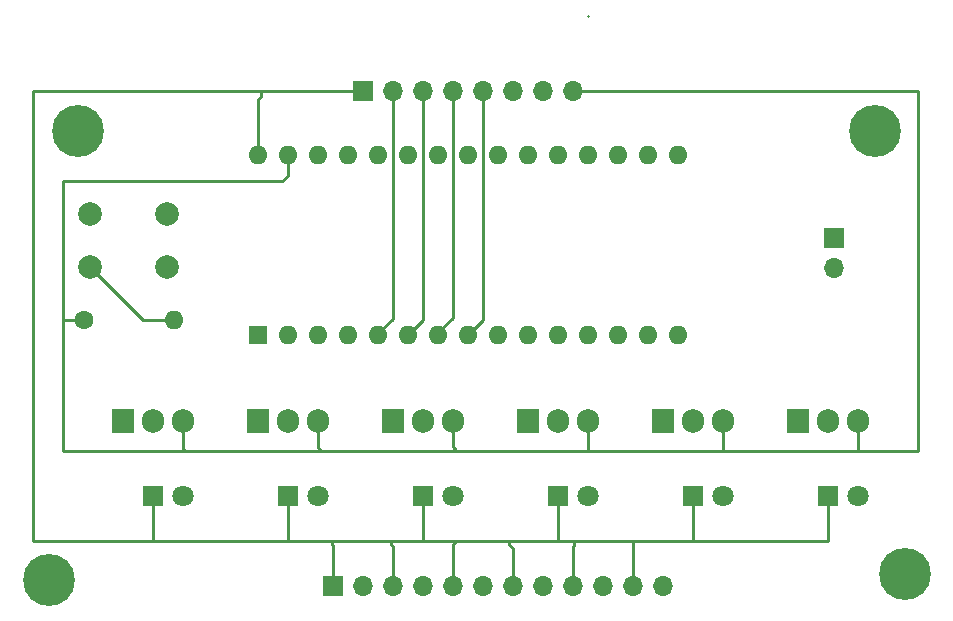
<source format=gbr>
%TF.GenerationSoftware,KiCad,Pcbnew,9.0.0*%
%TF.CreationDate,2025-03-22T15:05:53+10:00*%
%TF.ProjectId,ngmarquee.kicad_pcb_to220_1.0_m2,6e676d61-7271-4756-9565-2e6b69636164,rev?*%
%TF.SameCoordinates,Original*%
%TF.FileFunction,Copper,L2,Bot*%
%TF.FilePolarity,Positive*%
%FSLAX46Y46*%
G04 Gerber Fmt 4.6, Leading zero omitted, Abs format (unit mm)*
G04 Created by KiCad (PCBNEW 9.0.0) date 2025-03-22 15:05:53*
%MOMM*%
%LPD*%
G01*
G04 APERTURE LIST*
%TA.AperFunction,ComponentPad*%
%ADD10R,1.800000X1.800000*%
%TD*%
%TA.AperFunction,ComponentPad*%
%ADD11C,1.800000*%
%TD*%
%TA.AperFunction,ComponentPad*%
%ADD12C,4.400000*%
%TD*%
%TA.AperFunction,ComponentPad*%
%ADD13C,1.600000*%
%TD*%
%TA.AperFunction,ComponentPad*%
%ADD14O,1.600000X1.600000*%
%TD*%
%TA.AperFunction,ComponentPad*%
%ADD15R,1.905000X2.000000*%
%TD*%
%TA.AperFunction,ComponentPad*%
%ADD16O,1.905000X2.000000*%
%TD*%
%TA.AperFunction,ComponentPad*%
%ADD17R,1.700000X1.700000*%
%TD*%
%TA.AperFunction,ComponentPad*%
%ADD18O,1.700000X1.700000*%
%TD*%
%TA.AperFunction,ComponentPad*%
%ADD19C,2.000000*%
%TD*%
%TA.AperFunction,ComponentPad*%
%ADD20R,1.600000X1.600000*%
%TD*%
%TA.AperFunction,Conductor*%
%ADD21C,0.250000*%
%TD*%
G04 APERTURE END LIST*
D10*
%TO.P,D1,1*%
%TO.N,N/C*%
X100330000Y-93980000D03*
D11*
%TO.P,D1,2*%
X102870000Y-93980000D03*
%TD*%
D12*
%TO.P,REF\u002A\u002A,1*%
%TO.N,N/C*%
X94040000Y-63090000D03*
%TD*%
D13*
%TO.P,R1,1*%
%TO.N,N/C*%
X94540000Y-79090000D03*
D14*
%TO.P,R1,2*%
X102160000Y-79090000D03*
%TD*%
D10*
%TO.P,D6,1*%
%TO.N,N/C*%
X157480000Y-93980000D03*
D11*
%TO.P,D6,2*%
X160020000Y-93980000D03*
%TD*%
D10*
%TO.P,D5,1*%
%TO.N,N/C*%
X146050000Y-93980000D03*
D11*
%TO.P,D5,2*%
X148590000Y-93980000D03*
%TD*%
D15*
%TO.P,Q6,1*%
%TO.N,N/C*%
X154940000Y-87630000D03*
D16*
%TO.P,Q6,2*%
X157480000Y-87630000D03*
%TO.P,Q6,3*%
X160020000Y-87630000D03*
%TD*%
D17*
%TO.P,REF\u002A\u002A,1*%
%TO.N,N/C*%
X158040000Y-72090000D03*
D18*
%TO.P,REF\u002A\u002A,2*%
X158040000Y-74630000D03*
%TD*%
D15*
%TO.P,Q2,1*%
%TO.N,N/C*%
X109220000Y-87630000D03*
D16*
%TO.P,Q2,2*%
X111760000Y-87630000D03*
%TO.P,Q2,3*%
X114300000Y-87630000D03*
%TD*%
D12*
%TO.P,REF\u002A\u002A,1*%
%TO.N,N/C*%
X91540000Y-101090000D03*
%TD*%
D19*
%TO.P,REF\u002A\u002A,1*%
%TO.N,N/C*%
X95040000Y-70090000D03*
X101540000Y-70090000D03*
%TO.P,REF\u002A\u002A,2*%
X95040000Y-74590000D03*
X101540000Y-74590000D03*
%TD*%
D10*
%TO.P,D4,1*%
%TO.N,N/C*%
X134620000Y-93980000D03*
D11*
%TO.P,D4,2*%
X137160000Y-93980000D03*
%TD*%
D10*
%TO.P,D3,1*%
%TO.N,N/C*%
X123190000Y-93980000D03*
D11*
%TO.P,D3,2*%
X125730000Y-93980000D03*
%TD*%
D12*
%TO.P,REF\u002A\u002A,1*%
%TO.N,N/C*%
X161540000Y-63090000D03*
%TD*%
D15*
%TO.P,Q5,1*%
%TO.N,N/C*%
X143510000Y-87630000D03*
D16*
%TO.P,Q5,2*%
X146050000Y-87630000D03*
%TO.P,Q5,3*%
X148590000Y-87630000D03*
%TD*%
D15*
%TO.P,Q4,1*%
%TO.N,N/C*%
X132080000Y-87630000D03*
D16*
%TO.P,Q4,2*%
X134620000Y-87630000D03*
%TO.P,Q4,3*%
X137160000Y-87630000D03*
%TD*%
D15*
%TO.P,Q3,1*%
%TO.N,N/C*%
X120650000Y-87630000D03*
D16*
%TO.P,Q3,2*%
X123190000Y-87630000D03*
%TO.P,Q3,3*%
X125730000Y-87630000D03*
%TD*%
D15*
%TO.P,Q1,1*%
%TO.N,N/C*%
X97790000Y-87630000D03*
D16*
%TO.P,Q1,2*%
X100330000Y-87630000D03*
%TO.P,Q1,3*%
X102870000Y-87630000D03*
%TD*%
D14*
%TO.P,A1,3V3 Out*%
%TO.N,N/C*%
X142240000Y-65090000D03*
%TO.P,A1,5V Out*%
X116840000Y-65090000D03*
%TO.P,A1,A0*%
X137160000Y-65090000D03*
%TO.P,A1,A1*%
X134620000Y-65090000D03*
%TO.P,A1,A2*%
X132080000Y-65090000D03*
%TO.P,A1,A3*%
X129540000Y-65090000D03*
%TO.P,A1,A4*%
X127000000Y-65090000D03*
%TO.P,A1,A5*%
X124460000Y-65090000D03*
%TO.P,A1,A6*%
X121920000Y-65090000D03*
%TO.P,A1,A7*%
X119380000Y-65090000D03*
%TO.P,A1,D2*%
X119380000Y-80330000D03*
%TO.P,A1,D3*%
X121920000Y-80330000D03*
%TO.P,A1,D4*%
X124460000Y-80330000D03*
%TO.P,A1,D5*%
X127000000Y-80330000D03*
%TO.P,A1,D6*%
X129540000Y-80330000D03*
%TO.P,A1,D7*%
X132080000Y-80330000D03*
%TO.P,A1,D8*%
X134620000Y-80330000D03*
%TO.P,A1,D9*%
X137160000Y-80330000D03*
%TO.P,A1,D10*%
X139700000Y-80330000D03*
%TO.P,A1,D11*%
X142240000Y-80330000D03*
%TO.P,A1,D12*%
X144780000Y-80330000D03*
%TO.P,A1,D13*%
X144780000Y-65090000D03*
%TO.P,A1,GND*%
X116840000Y-80330000D03*
X111760000Y-65090000D03*
%TO.P,A1,REF*%
X139700000Y-65090000D03*
%TO.P,A1,RST*%
X114300000Y-80330000D03*
X114300000Y-65090000D03*
%TO.P,A1,RX0*%
X111760000Y-80330000D03*
D20*
%TO.P,A1,TX1*%
X109220000Y-80330000D03*
D14*
%TO.P,A1,Vin*%
X109220000Y-65090000D03*
%TD*%
D17*
%TO.P,J1,1*%
%TO.N,N/C*%
X118110000Y-59690000D03*
D18*
%TO.P,J1,2*%
X120650000Y-59690000D03*
%TO.P,J1,3*%
X123190000Y-59690000D03*
%TO.P,J1,4*%
X125730000Y-59690000D03*
%TO.P,J1,5*%
X128270000Y-59690000D03*
%TO.P,J1,6*%
X130810000Y-59690000D03*
%TO.P,J1,7*%
X133350000Y-59690000D03*
%TO.P,J1,8*%
X135890000Y-59690000D03*
%TD*%
D12*
%TO.P,REF\u002A\u002A,1*%
%TO.N,N/C*%
X164040000Y-100590000D03*
%TD*%
D10*
%TO.P,D2,1*%
%TO.N,N/C*%
X111760000Y-93980000D03*
D11*
%TO.P,D2,2*%
X114300000Y-93980000D03*
%TD*%
D17*
%TO.P,J2,1*%
%TO.N,N/C*%
X115570000Y-101600000D03*
D18*
%TO.P,J2,2*%
X118110000Y-101600000D03*
%TO.P,J2,3*%
X120650000Y-101600000D03*
%TO.P,J2,4*%
X123190000Y-101600000D03*
%TO.P,J2,5*%
X125730000Y-101600000D03*
%TO.P,J2,6*%
X128270000Y-101600000D03*
%TO.P,J2,7*%
X130810000Y-101600000D03*
%TO.P,J2,8*%
X133350000Y-101600000D03*
%TO.P,J2,9*%
X135890000Y-101600000D03*
%TO.P,J2,10*%
X138430000Y-101600000D03*
%TO.P,J2,11*%
X140970000Y-101600000D03*
%TO.P,J2,12*%
X143510000Y-101600000D03*
%TD*%
D21*
%TO.N,*%
X90170000Y-97790000D02*
X99060000Y-97790000D01*
X97790000Y-90170000D02*
X92710000Y-90170000D01*
X125730000Y-89780000D02*
X125730000Y-87630000D01*
X138430000Y-97790000D02*
X139700000Y-97790000D01*
X125730000Y-78900000D02*
X124620000Y-80010000D01*
X114300000Y-97790000D02*
X115540000Y-97790000D01*
X123190000Y-59690000D02*
X123190000Y-79060000D01*
X126040000Y-90170000D02*
X126040000Y-90090000D01*
X111760000Y-66870000D02*
X111760000Y-65090000D01*
X123190000Y-97790000D02*
X123190000Y-93980000D01*
X115570000Y-98120000D02*
X115570000Y-101600000D01*
X97790000Y-90170000D02*
X103040000Y-90170000D01*
X146050000Y-97790000D02*
X157480000Y-97790000D01*
X143510000Y-97790000D02*
X144780000Y-97790000D01*
X126040000Y-90090000D02*
X125730000Y-89780000D01*
X137040000Y-90170000D02*
X143510000Y-90170000D01*
X114300000Y-89850000D02*
X114300000Y-87630000D01*
X125730000Y-59690000D02*
X125730000Y-78900000D01*
X154940000Y-90170000D02*
X160040000Y-90170000D01*
X133350000Y-97790000D02*
X134620000Y-97790000D01*
X123190000Y-79060000D02*
X121920000Y-80330000D01*
X124620000Y-80010000D02*
X124620000Y-80330000D01*
X157480000Y-97790000D02*
X157480000Y-93980000D01*
X137160000Y-53340000D02*
X137175000Y-53325000D01*
X141040000Y-97790000D02*
X140970000Y-97860000D01*
X132080000Y-90170000D02*
X137040000Y-90170000D01*
X109220000Y-90170000D02*
X114540000Y-90170000D01*
X120540000Y-98090000D02*
X120650000Y-98200000D01*
X123190000Y-97790000D02*
X124460000Y-97790000D01*
X160020000Y-90150000D02*
X160020000Y-87630000D01*
X109220000Y-60410000D02*
X109220000Y-65090000D01*
X114540000Y-90090000D02*
X114300000Y-89850000D01*
X128270000Y-97790000D02*
X129540000Y-97790000D01*
X136040000Y-97790000D02*
X138430000Y-97790000D01*
X146050000Y-97790000D02*
X146050000Y-93980000D01*
X102870000Y-90000000D02*
X102870000Y-87630000D01*
X92710000Y-67310000D02*
X111320000Y-67310000D01*
X109540000Y-59690000D02*
X109540000Y-60090000D01*
X126040000Y-97790000D02*
X128270000Y-97790000D01*
X95040000Y-74590000D02*
X99540000Y-79090000D01*
X100330000Y-97790000D02*
X100330000Y-93980000D01*
X130540000Y-98090000D02*
X130810000Y-98360000D01*
X136040000Y-98090000D02*
X135890000Y-98240000D01*
X124460000Y-97790000D02*
X126040000Y-97790000D01*
X92710000Y-79090000D02*
X92710000Y-74590000D01*
X109540000Y-60090000D02*
X109220000Y-60410000D01*
X103040000Y-90170000D02*
X109220000Y-90170000D01*
X120650000Y-78980000D02*
X119540000Y-80090000D01*
X165100000Y-90170000D02*
X165100000Y-59690000D01*
X111320000Y-67310000D02*
X111760000Y-66870000D01*
X120650000Y-90170000D02*
X126040000Y-90170000D01*
X135890000Y-98240000D02*
X135890000Y-101600000D01*
X120650000Y-59690000D02*
X120650000Y-78980000D01*
X134620000Y-97790000D02*
X134620000Y-93980000D01*
X128270000Y-59690000D02*
X128270000Y-79060000D01*
X109540000Y-59690000D02*
X90170000Y-59690000D01*
X110490000Y-59690000D02*
X118110000Y-59690000D01*
X90170000Y-59690000D02*
X90170000Y-97790000D01*
X136040000Y-97790000D02*
X136040000Y-98090000D01*
X128270000Y-79060000D02*
X127000000Y-80330000D01*
X141040000Y-97790000D02*
X143510000Y-97790000D01*
X160040000Y-90170000D02*
X160020000Y-90150000D01*
X99540000Y-79090000D02*
X102160000Y-79090000D01*
X130810000Y-98360000D02*
X130810000Y-101600000D01*
X148540000Y-90170000D02*
X149040000Y-90170000D01*
X92710000Y-90170000D02*
X92710000Y-79090000D01*
X144780000Y-97790000D02*
X146050000Y-97790000D01*
X137160000Y-90050000D02*
X137160000Y-87630000D01*
X114540000Y-90170000D02*
X114540000Y-90090000D01*
X148590000Y-90120000D02*
X148590000Y-87630000D01*
X120650000Y-98200000D02*
X120650000Y-101600000D01*
X110490000Y-97790000D02*
X111760000Y-97790000D01*
X111760000Y-97790000D02*
X111760000Y-93980000D01*
X140970000Y-97860000D02*
X140970000Y-101600000D01*
X103040000Y-90170000D02*
X102870000Y-90000000D01*
X118110000Y-97790000D02*
X119380000Y-97790000D01*
X99060000Y-97790000D02*
X100330000Y-97790000D01*
X121920000Y-97790000D02*
X123190000Y-97790000D01*
X100330000Y-97790000D02*
X110490000Y-97790000D01*
X120540000Y-97790000D02*
X121920000Y-97790000D01*
X119540000Y-80090000D02*
X119540000Y-80330000D01*
X131040000Y-97790000D02*
X133350000Y-97790000D01*
X110490000Y-59690000D02*
X109540000Y-59690000D01*
X160040000Y-90170000D02*
X165100000Y-90170000D01*
X111760000Y-97790000D02*
X114300000Y-97790000D01*
X115540000Y-97790000D02*
X118110000Y-97790000D01*
X92710000Y-74590000D02*
X92710000Y-67310000D01*
X120540000Y-97790000D02*
X120540000Y-98090000D01*
X149040000Y-90170000D02*
X154940000Y-90170000D01*
X129540000Y-97790000D02*
X130540000Y-97790000D01*
X137040000Y-90170000D02*
X137160000Y-90050000D01*
X126040000Y-97790000D02*
X125730000Y-98100000D01*
X125730000Y-98100000D02*
X125730000Y-101600000D01*
X114540000Y-90170000D02*
X120650000Y-90170000D01*
X134620000Y-97790000D02*
X136040000Y-97790000D01*
X130540000Y-97790000D02*
X130540000Y-98090000D01*
X139700000Y-97790000D02*
X141040000Y-97790000D01*
X130540000Y-97790000D02*
X131040000Y-97790000D01*
X148540000Y-90170000D02*
X148590000Y-90120000D01*
X115540000Y-98090000D02*
X115570000Y-98120000D01*
X94540000Y-79090000D02*
X92710000Y-79090000D01*
X165100000Y-59690000D02*
X135890000Y-59690000D01*
X126040000Y-90170000D02*
X132080000Y-90170000D01*
X115540000Y-97790000D02*
X115540000Y-98090000D01*
X143510000Y-90170000D02*
X148540000Y-90170000D01*
X119380000Y-97790000D02*
X120540000Y-97790000D01*
%TD*%
M02*

</source>
